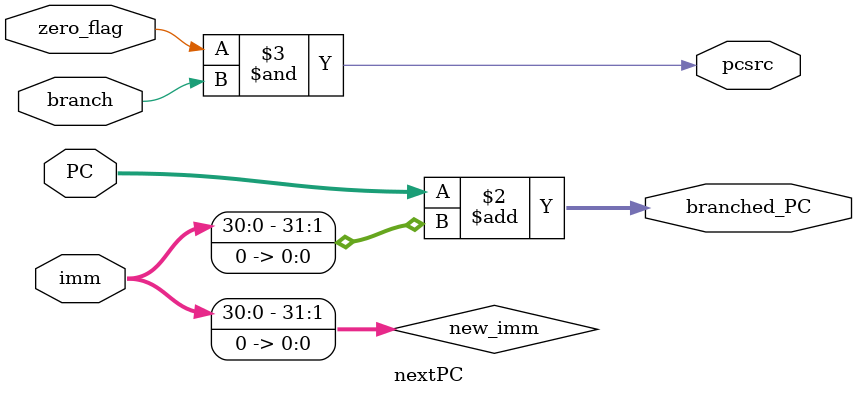
<source format=v>
`timescale 1ns / 1ps

module ALU_stage(input [31:0] read_reg1, input [31:0] read_reg2, input [31:0] imm_data, 
input alu_src, input [2:0] alu_ctrl,output[31:0] alu_out // do not comment these signals
, input [31:0] PC, input branch, output [31:0] branched_PC, output pcsrc);

wire [31:0]alu_data2;
wire zero_flag;

ALU_mux m1(read_reg2, imm_data, alu_src,alu_data2);

ALU a1(read_reg1,alu_data2,alu_ctrl,alu_out,zero_flag );

nextPC n1(PC,imm_data, branch, zero_flag, branched_PC, pcsrc
); 
endmodule


module ALU_mux(input [31:0] read_reg2, input [31:0] imm_data, input alu_src, output reg [31:0]alu_data2);
always @(read_reg2 or imm_data or alu_src)
begin
    case(alu_src)
    1'b0: alu_data2 = read_reg2;
    1'b1: alu_data2 = imm_data;
    endcase
end
endmodule

module ALU(input [31:0] a, input [31:0] b, input[2:0] ctrl,output reg[31:0] out, output reg zero_flag);
	 
always@(ctrl,a,b)
begin
case(ctrl)
3'b000: out=a+b;
3'b001: out=a-b;
3'b010: out=a<<b;
3'b011: out=a>>>b;
3'b100: out=a&b;
3'b101: out=a|b;
default: out=32'bx;
endcase
end

always @(out)
begin
    case(out)
    32'b0: zero_flag = 1;
    default: zero_flag = 0;
    endcase
end

endmodule


module nextPC(input [31:0] PC, input [31:0]imm, input branch, input zero_flag, output [31:0] branched_PC,
 output pcsrc
// output [31:0] newPC 
);

wire [31:0] new_imm;
assign new_imm = imm<<1;
assign branched_PC = PC+ new_imm;
// PCSRC = 1, then branched PC, else +4
assign pcsrc = zero_flag & branch;
endmodule
</source>
